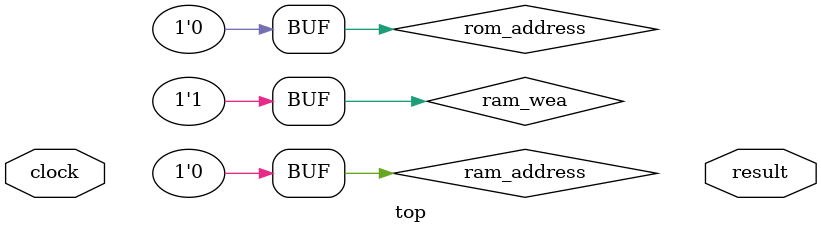
<source format=v>
module top(input clock, output result);
    reg ram_wea = 1;
    reg ram_address = 0;
    wire [63:0] ram_in;
    wire [63:0] ram_out;
    
    reg rom_address = 0;
    wire [143:0] rom_output;
    
    decrypt decrypt(
        clock,
        rom_output[79:0],   //right key
        rom_output[143:80], //left cypher
        ram_in
    );
    
    blk_mem_gen_0 block_rom(clock, rom_address, rom_output);
    blk_mem_gen_1 block_ram(clock, ram_wea, ram_address, ram_in, ram_out);
endmodule

</source>
